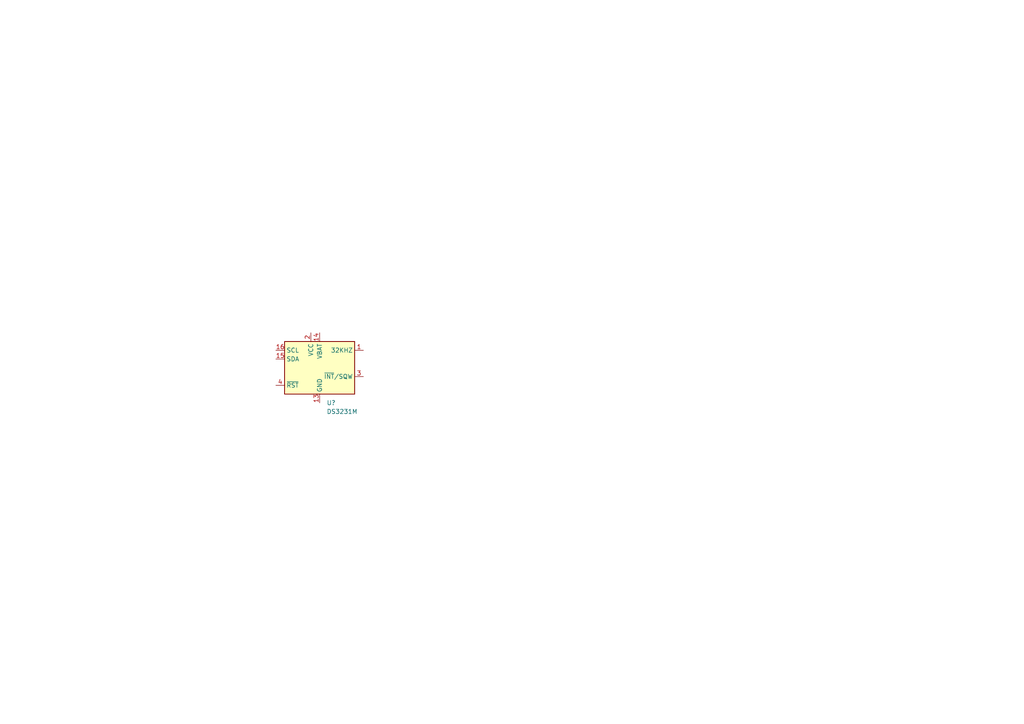
<source format=kicad_sch>
(kicad_sch (version 20211123) (generator eeschema)

  (uuid d7269d2a-b8c0-422d-8f25-f79ea31bf75e)

  (paper "A4")

  (title_block
    (title "PlacaControladora")
    (date "2022-03-15")
    (rev "1.0")
    (company "IFES")
    (comment 1 "Sistema de controle de motor de passo ")
  )

  (lib_symbols
    (symbol "Timer_RTC:DS3231M" (in_bom yes) (on_board yes)
      (property "Reference" "U" (id 0) (at -7.62 8.89 0)
        (effects (font (size 1.27 1.27)) (justify right))
      )
      (property "Value" "DS3231M" (id 1) (at 10.16 8.89 0)
        (effects (font (size 1.27 1.27)) (justify right))
      )
      (property "Footprint" "Package_SO:SOIC-16W_7.5x10.3mm_P1.27mm" (id 2) (at 0 -15.24 0)
        (effects (font (size 1.27 1.27)) hide)
      )
      (property "Datasheet" "http://datasheets.maximintegrated.com/en/ds/DS3231.pdf" (id 3) (at 6.858 1.27 0)
        (effects (font (size 1.27 1.27)) hide)
      )
      (property "ki_keywords" "RTC TCXO Realtime Time Clock Crystal Oscillator I2C" (id 4) (at 0 0 0)
        (effects (font (size 1.27 1.27)) hide)
      )
      (property "ki_description" "Extremely Accurate I2C-Integrated RTC/TCXO/Crystal SOIC-16" (id 5) (at 0 0 0)
        (effects (font (size 1.27 1.27)) hide)
      )
      (property "ki_fp_filters" "SOIC*7.5x10.3mm*P1.27mm*" (id 6) (at 0 0 0)
        (effects (font (size 1.27 1.27)) hide)
      )
      (symbol "DS3231M_0_1"
        (rectangle (start -10.16 7.62) (end 10.16 -7.62)
          (stroke (width 0.254) (type default) (color 0 0 0 0))
          (fill (type background))
        )
      )
      (symbol "DS3231M_1_1"
        (pin open_collector line (at 12.7 5.08 180) (length 2.54)
          (name "32KHZ" (effects (font (size 1.27 1.27))))
          (number "1" (effects (font (size 1.27 1.27))))
        )
        (pin passive line (at 0 -10.16 90) (length 2.54) hide
          (name "GND" (effects (font (size 1.27 1.27))))
          (number "10" (effects (font (size 1.27 1.27))))
        )
        (pin passive line (at 0 -10.16 90) (length 2.54) hide
          (name "GND" (effects (font (size 1.27 1.27))))
          (number "11" (effects (font (size 1.27 1.27))))
        )
        (pin passive line (at 0 -10.16 90) (length 2.54) hide
          (name "GND" (effects (font (size 1.27 1.27))))
          (number "12" (effects (font (size 1.27 1.27))))
        )
        (pin power_in line (at 0 -10.16 90) (length 2.54)
          (name "GND" (effects (font (size 1.27 1.27))))
          (number "13" (effects (font (size 1.27 1.27))))
        )
        (pin power_in line (at 0 10.16 270) (length 2.54)
          (name "VBAT" (effects (font (size 1.27 1.27))))
          (number "14" (effects (font (size 1.27 1.27))))
        )
        (pin bidirectional line (at -12.7 2.54 0) (length 2.54)
          (name "SDA" (effects (font (size 1.27 1.27))))
          (number "15" (effects (font (size 1.27 1.27))))
        )
        (pin input line (at -12.7 5.08 0) (length 2.54)
          (name "SCL" (effects (font (size 1.27 1.27))))
          (number "16" (effects (font (size 1.27 1.27))))
        )
        (pin power_in line (at -2.54 10.16 270) (length 2.54)
          (name "VCC" (effects (font (size 1.27 1.27))))
          (number "2" (effects (font (size 1.27 1.27))))
        )
        (pin open_collector line (at 12.7 -2.54 180) (length 2.54)
          (name "~{INT}/SQW" (effects (font (size 1.27 1.27))))
          (number "3" (effects (font (size 1.27 1.27))))
        )
        (pin bidirectional line (at -12.7 -5.08 0) (length 2.54)
          (name "~{RST}" (effects (font (size 1.27 1.27))))
          (number "4" (effects (font (size 1.27 1.27))))
        )
        (pin passive line (at 0 -10.16 90) (length 2.54) hide
          (name "GND" (effects (font (size 1.27 1.27))))
          (number "5" (effects (font (size 1.27 1.27))))
        )
        (pin passive line (at 0 -10.16 90) (length 2.54) hide
          (name "GND" (effects (font (size 1.27 1.27))))
          (number "6" (effects (font (size 1.27 1.27))))
        )
        (pin passive line (at 0 -10.16 90) (length 2.54) hide
          (name "GND" (effects (font (size 1.27 1.27))))
          (number "7" (effects (font (size 1.27 1.27))))
        )
        (pin passive line (at 0 -10.16 90) (length 2.54) hide
          (name "GND" (effects (font (size 1.27 1.27))))
          (number "8" (effects (font (size 1.27 1.27))))
        )
        (pin passive line (at 0 -10.16 90) (length 2.54) hide
          (name "GND" (effects (font (size 1.27 1.27))))
          (number "9" (effects (font (size 1.27 1.27))))
        )
      )
    )
  )


  (symbol (lib_id "Timer_RTC:DS3231M") (at 92.71 106.68 0) (unit 1)
    (in_bom yes) (on_board yes) (fields_autoplaced)
    (uuid a0fbbaf8-8c31-444a-8589-c494a935cb8e)
    (property "Reference" "U?" (id 0) (at 94.7294 116.84 0)
      (effects (font (size 1.27 1.27)) (justify left))
    )
    (property "Value" "DS3231M" (id 1) (at 94.7294 119.38 0)
      (effects (font (size 1.27 1.27)) (justify left))
    )
    (property "Footprint" "Package_SO:SOIC-16W_7.5x10.3mm_P1.27mm" (id 2) (at 92.71 121.92 0)
      (effects (font (size 1.27 1.27)) hide)
    )
    (property "Datasheet" "http://datasheets.maximintegrated.com/en/ds/DS3231.pdf" (id 3) (at 99.568 105.41 0)
      (effects (font (size 1.27 1.27)) hide)
    )
    (pin "1" (uuid b00f55cd-2fd0-4be3-95f5-ff701f60c355))
    (pin "10" (uuid ba823e13-91c7-47a9-b198-7b27ae88618f))
    (pin "11" (uuid 63644b3f-486a-46db-be27-481471e940f4))
    (pin "12" (uuid 4caa68da-1d74-422f-8bbe-3c28c9ea4b69))
    (pin "13" (uuid 069bdd9d-f380-4c58-987e-4887748031e8))
    (pin "14" (uuid 4cc8f330-0552-463d-8506-7fc2c95c4de2))
    (pin "15" (uuid 7a89709d-a8cb-4a64-a3a3-ed263fad27d0))
    (pin "16" (uuid b51e6374-6b7d-472e-92f2-9dae266de01e))
    (pin "2" (uuid 0c990048-7035-4646-8b07-f79fbfddff62))
    (pin "3" (uuid b33915f1-896a-4971-bf05-1a91d75ab3fc))
    (pin "4" (uuid 1e0670b1-a793-48f4-9da3-84fa0c929ebd))
    (pin "5" (uuid 6e8e2ce6-25e4-45c5-9bc7-02a69f9cfe4b))
    (pin "6" (uuid d2b2a0fb-ef5f-4895-93c7-ef2955a86bd7))
    (pin "7" (uuid 32648182-78d1-48bd-92e8-99a019338fe4))
    (pin "8" (uuid 17dccccc-0b52-460b-b2ea-f26a9b3fe290))
    (pin "9" (uuid 17a1090e-1ea0-4ddd-9da2-e68411fa1c2d))
  )

  (sheet_instances
    (path "/" (page "1"))
  )

  (symbol_instances
    (path "/a0fbbaf8-8c31-444a-8589-c494a935cb8e"
      (reference "U?") (unit 1) (value "DS3231M") (footprint "Package_SO:SOIC-16W_7.5x10.3mm_P1.27mm")
    )
  )
)

</source>
